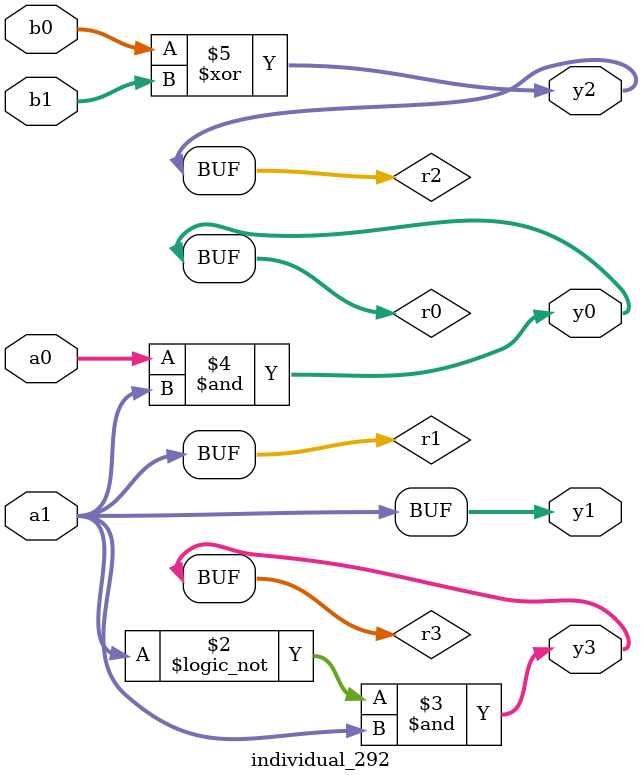
<source format=sv>
module individual_292(input logic [15:0] a1, input logic [15:0] a0, input logic [15:0] b1, input logic [15:0] b0, output logic [15:0] y3, output logic [15:0] y2, output logic [15:0] y1, output logic [15:0] y0);
logic [15:0] r0, r1, r2, r3; 
 always@(*) begin 
	 r0 = a0; r1 = a1; r2 = b0; r3 = b1; 
 	 r3 = ! r1 ;
 	 r3  &=  a1 ;
 	 r0  &=  r1 ;
 	 r2  ^=  b1 ;
 	 y3 = r3; y2 = r2; y1 = r1; y0 = r0; 
end
endmodule
</source>
